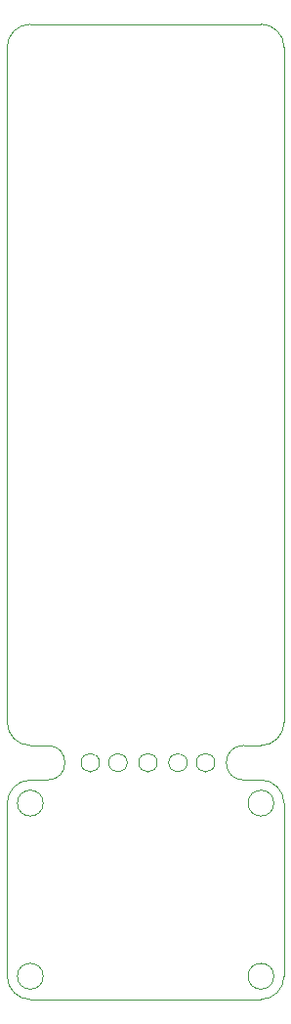
<source format=gbr>
G04 #@! TF.GenerationSoftware,KiCad,Pcbnew,5.1.10-88a1d61d58~90~ubuntu20.04.1*
G04 #@! TF.CreationDate,2021-07-18T21:46:05+01:00*
G04 #@! TF.ProjectId,lhc_tijolo32_board,6c68635f-7469-46a6-9f6c-6f33325f626f,rev?*
G04 #@! TF.SameCoordinates,Original*
G04 #@! TF.FileFunction,Profile,NP*
%FSLAX46Y46*%
G04 Gerber Fmt 4.6, Leading zero omitted, Abs format (unit mm)*
G04 Created by KiCad (PCBNEW 5.1.10-88a1d61d58~90~ubuntu20.04.1) date 2021-07-18 21:46:05*
%MOMM*%
%LPD*%
G01*
G04 APERTURE LIST*
G04 #@! TA.AperFunction,Profile*
%ADD10C,0.050000*%
G04 #@! TD*
G04 APERTURE END LIST*
D10*
X119600000Y-91490000D02*
G75*
G03*
X119600000Y-91490000I-800000J0D01*
G01*
X109600000Y-91490000D02*
G75*
G03*
X109600000Y-91490000I-800000J0D01*
G01*
X112000000Y-91490000D02*
G75*
G03*
X112000000Y-91490000I-800000J0D01*
G01*
X117200000Y-91490000D02*
G75*
G03*
X117200000Y-91490000I-800000J0D01*
G01*
X114600000Y-91490000D02*
G75*
G03*
X114600000Y-91490000I-800000J0D01*
G01*
X124718034Y-94990000D02*
G75*
G03*
X124718034Y-94990000I-1118034J0D01*
G01*
X124718034Y-109990000D02*
G75*
G03*
X124718034Y-109990000I-1118034J0D01*
G01*
X104718034Y-109990000D02*
G75*
G03*
X104718034Y-109990000I-1118034J0D01*
G01*
X104718034Y-94990000D02*
G75*
G03*
X104718034Y-94990000I-1118034J0D01*
G01*
X101600000Y-29490000D02*
G75*
G02*
X103600000Y-27490000I2000000J0D01*
G01*
X123600000Y-27490000D02*
G75*
G02*
X125600000Y-29490000I0J-2000000D01*
G01*
X125600000Y-87990000D02*
G75*
G02*
X123600000Y-89990000I-2000000J0D01*
G01*
X103600000Y-89990000D02*
G75*
G02*
X101600000Y-87990000I0J2000000D01*
G01*
X123600000Y-92990000D02*
G75*
G02*
X125600000Y-94990000I0J-2000000D01*
G01*
X125600000Y-109990000D02*
G75*
G02*
X123600000Y-111990000I-2000000J0D01*
G01*
X103600000Y-111990000D02*
G75*
G02*
X101600000Y-109990000I0J2000000D01*
G01*
X101600000Y-94990000D02*
G75*
G02*
X103600000Y-92990000I2000000J0D01*
G01*
X122100000Y-92990000D02*
G75*
G02*
X122100000Y-89990000I0J1500000D01*
G01*
X105100000Y-89990000D02*
G75*
G02*
X105100000Y-92990000I0J-1500000D01*
G01*
X103600000Y-89990000D02*
X105100000Y-89990000D01*
X105100000Y-92990000D02*
X103600000Y-92990000D01*
X125600000Y-109990000D02*
X125600000Y-94990000D01*
X101600000Y-94990000D02*
X101600000Y-109990000D01*
X122100000Y-92990000D02*
X123600000Y-92990000D01*
X123600000Y-89990000D02*
X122100000Y-89990000D01*
X101600000Y-44490000D02*
X101600000Y-87990000D01*
X125600000Y-44990000D02*
X125600000Y-87990000D01*
X123600000Y-111990000D02*
X103600000Y-111990000D01*
X123600000Y-27490000D02*
X103600000Y-27490000D01*
X125600000Y-44990000D02*
X125600000Y-29490000D01*
X101600000Y-44490000D02*
X101600000Y-29490000D01*
M02*

</source>
